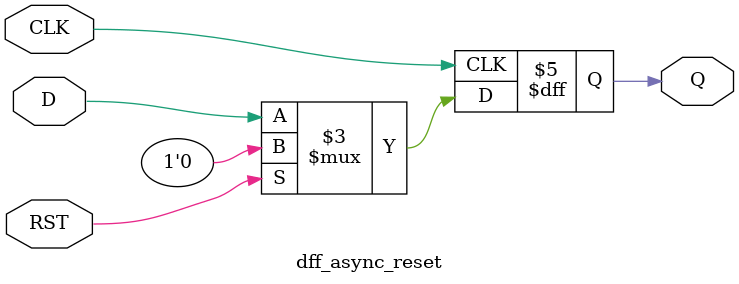
<source format=v>
module dff_async_reset (
    input CLK,
    input D,
    input RST,
    output reg Q
);

    always @(posedge CLK) begin
        if (RST) begin
            Q <= 0;
        end else begin
            Q <= D;
        end
    end

endmodule
</source>
